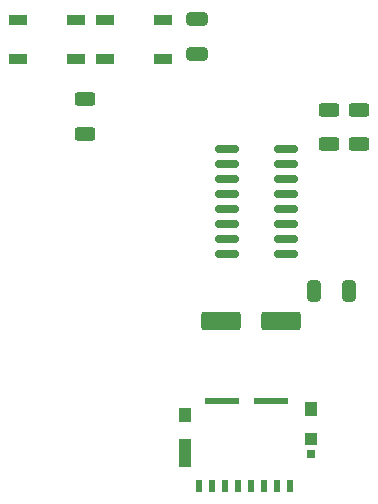
<source format=gbr>
%TF.GenerationSoftware,KiCad,Pcbnew,6.0.10-86aedd382b~118~ubuntu22.04.1*%
%TF.CreationDate,2023-01-08T15:51:37+01:00*%
%TF.ProjectId,mp3alarm,6d703361-6c61-4726-9d2e-6b696361645f,v0.2*%
%TF.SameCoordinates,Original*%
%TF.FileFunction,Paste,Top*%
%TF.FilePolarity,Positive*%
%FSLAX46Y46*%
G04 Gerber Fmt 4.6, Leading zero omitted, Abs format (unit mm)*
G04 Created by KiCad (PCBNEW 6.0.10-86aedd382b~118~ubuntu22.04.1) date 2023-01-08 15:51:37*
%MOMM*%
%LPD*%
G01*
G04 APERTURE LIST*
G04 Aperture macros list*
%AMRoundRect*
0 Rectangle with rounded corners*
0 $1 Rounding radius*
0 $2 $3 $4 $5 $6 $7 $8 $9 X,Y pos of 4 corners*
0 Add a 4 corners polygon primitive as box body*
4,1,4,$2,$3,$4,$5,$6,$7,$8,$9,$2,$3,0*
0 Add four circle primitives for the rounded corners*
1,1,$1+$1,$2,$3*
1,1,$1+$1,$4,$5*
1,1,$1+$1,$6,$7*
1,1,$1+$1,$8,$9*
0 Add four rect primitives between the rounded corners*
20,1,$1+$1,$2,$3,$4,$5,0*
20,1,$1+$1,$4,$5,$6,$7,0*
20,1,$1+$1,$6,$7,$8,$9,0*
20,1,$1+$1,$8,$9,$2,$3,0*%
G04 Aperture macros list end*
%ADD10R,1.500000X0.900000*%
%ADD11RoundRect,0.250000X-0.650000X0.325000X-0.650000X-0.325000X0.650000X-0.325000X0.650000X0.325000X0*%
%ADD12R,0.500000X1.000000*%
%ADD13R,0.720000X0.780000*%
%ADD14R,1.050000X1.080000*%
%ADD15R,1.050000X1.200000*%
%ADD16R,1.050000X2.390000*%
%ADD17R,2.910000X0.550000*%
%ADD18RoundRect,0.250000X0.625000X-0.312500X0.625000X0.312500X-0.625000X0.312500X-0.625000X-0.312500X0*%
%ADD19RoundRect,0.150000X0.850000X0.150000X-0.850000X0.150000X-0.850000X-0.150000X0.850000X-0.150000X0*%
%ADD20RoundRect,0.250000X-0.325000X-0.650000X0.325000X-0.650000X0.325000X0.650000X-0.325000X0.650000X0*%
%ADD21RoundRect,0.250000X-1.412500X-0.550000X1.412500X-0.550000X1.412500X0.550000X-1.412500X0.550000X0*%
G04 APERTURE END LIST*
D10*
%TO.C,D1*%
X53938000Y-63120000D03*
X53938000Y-66420000D03*
X58838000Y-66420000D03*
X58838000Y-63120000D03*
%TD*%
D11*
%TO.C,C1*%
X61722000Y-63041000D03*
X61722000Y-65991000D03*
%TD*%
D12*
%TO.C,J7*%
X69590000Y-102590000D03*
X68490000Y-102590000D03*
X67390000Y-102590000D03*
X66290000Y-102590000D03*
X65190000Y-102590000D03*
X64090000Y-102590000D03*
X62990000Y-102590000D03*
X61890000Y-102590000D03*
D13*
X71350000Y-99910000D03*
D14*
X71365000Y-98640000D03*
D15*
X71365000Y-96030000D03*
X60715000Y-96600000D03*
D16*
X60715000Y-99785000D03*
D17*
X68026000Y-95355000D03*
X63836000Y-95355000D03*
%TD*%
D18*
%TO.C,R1*%
X52262500Y-72775000D03*
X52262500Y-69850000D03*
%TD*%
%TO.C,R2*%
X75438000Y-73660000D03*
X75438000Y-70735000D03*
%TD*%
D19*
%TO.C,IC1*%
X69302000Y-82931000D03*
X69302000Y-81661000D03*
X69302000Y-80391000D03*
X69302000Y-79121000D03*
X69302000Y-77851000D03*
X69302000Y-76581000D03*
X69302000Y-75311000D03*
X69302000Y-74041000D03*
X64302000Y-74041000D03*
X64302000Y-75311000D03*
X64302000Y-76581000D03*
X64302000Y-77851000D03*
X64302000Y-79121000D03*
X64302000Y-80391000D03*
X64302000Y-81661000D03*
X64302000Y-82931000D03*
%TD*%
D20*
%TO.C,C3*%
X71677000Y-86106000D03*
X74627000Y-86106000D03*
%TD*%
D18*
%TO.C,R3*%
X72898000Y-73660000D03*
X72898000Y-70735000D03*
%TD*%
D10*
%TO.C,D2*%
X46572000Y-63120000D03*
X46572000Y-66420000D03*
X51472000Y-66420000D03*
X51472000Y-63120000D03*
%TD*%
D21*
%TO.C,C2*%
X63756500Y-88646000D03*
X68831500Y-88646000D03*
%TD*%
M02*

</source>
